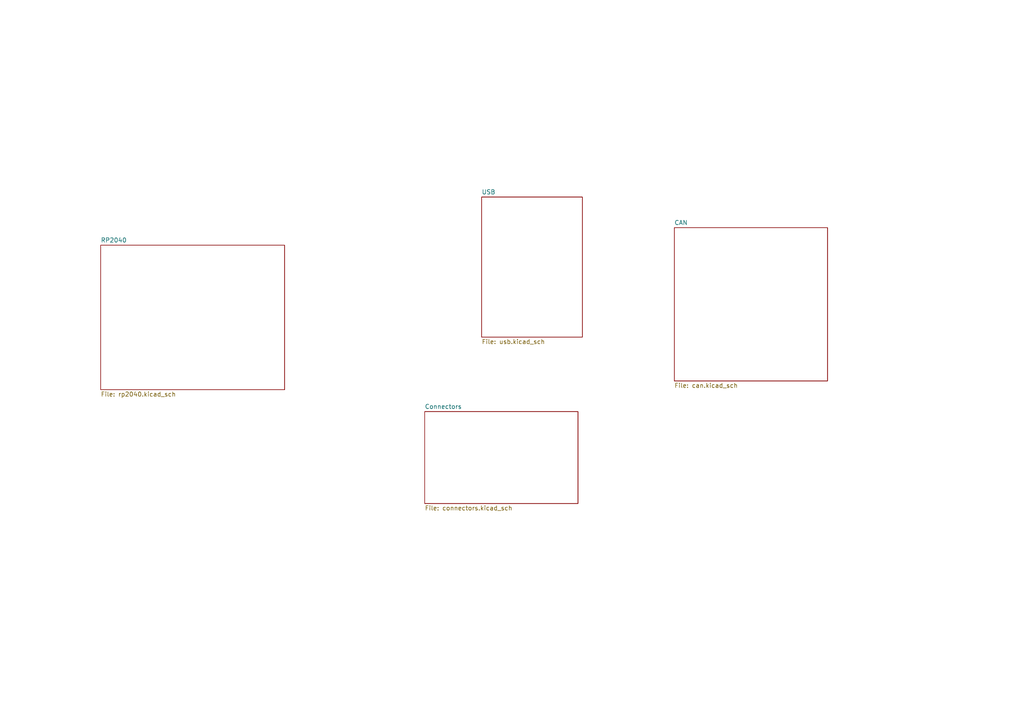
<source format=kicad_sch>
(kicad_sch
	(version 20250114)
	(generator "eeschema")
	(generator_version "9.0")
	(uuid "e4efab0a-eb38-47b4-a7c8-7fdbedea4819")
	(paper "A4")
	(title_block
		(title "UAV Sensor Probe")
		(date "2025-08-24")
		(rev "1")
		(comment 1 "Oleksiy Protas")
	)
	(lib_symbols)
	(sheet
		(at 195.58 66.04)
		(size 44.45 44.45)
		(exclude_from_sim no)
		(in_bom yes)
		(on_board yes)
		(dnp no)
		(fields_autoplaced yes)
		(stroke
			(width 0.1524)
			(type solid)
		)
		(fill
			(color 0 0 0 0.0000)
		)
		(uuid "18076611-fcbc-4a65-8b52-2fb6c8b9c7d8")
		(property "Sheetname" "CAN"
			(at 195.58 65.3284 0)
			(effects
				(font
					(size 1.27 1.27)
				)
				(justify left bottom)
			)
		)
		(property "Sheetfile" "can.kicad_sch"
			(at 195.58 111.0746 0)
			(effects
				(font
					(size 1.27 1.27)
				)
				(justify left top)
			)
		)
		(instances
			(project "uavprobe"
				(path "/e4efab0a-eb38-47b4-a7c8-7fdbedea4819"
					(page "5")
				)
			)
		)
	)
	(sheet
		(at 139.7 57.15)
		(size 29.21 40.64)
		(exclude_from_sim no)
		(in_bom yes)
		(on_board yes)
		(dnp no)
		(fields_autoplaced yes)
		(stroke
			(width 0.1524)
			(type solid)
		)
		(fill
			(color 0 0 0 0.0000)
		)
		(uuid "199cf35c-4212-4d48-8fab-6a59511a8aed")
		(property "Sheetname" "USB"
			(at 139.7 56.4384 0)
			(effects
				(font
					(size 1.27 1.27)
				)
				(justify left bottom)
			)
		)
		(property "Sheetfile" "usb.kicad_sch"
			(at 139.7 98.3746 0)
			(effects
				(font
					(size 1.27 1.27)
				)
				(justify left top)
			)
		)
		(instances
			(project "uavprobe"
				(path "/e4efab0a-eb38-47b4-a7c8-7fdbedea4819"
					(page "3")
				)
			)
		)
	)
	(sheet
		(at 29.21 71.12)
		(size 53.34 41.91)
		(exclude_from_sim no)
		(in_bom yes)
		(on_board yes)
		(dnp no)
		(fields_autoplaced yes)
		(stroke
			(width 0.1524)
			(type solid)
		)
		(fill
			(color 0 0 0 0.0000)
		)
		(uuid "b637890e-36cc-449d-9355-32fb577ea192")
		(property "Sheetname" "RP2040"
			(at 29.21 70.4084 0)
			(effects
				(font
					(size 1.27 1.27)
				)
				(justify left bottom)
			)
		)
		(property "Sheetfile" "rp2040.kicad_sch"
			(at 29.21 113.6146 0)
			(effects
				(font
					(size 1.27 1.27)
				)
				(justify left top)
			)
		)
		(instances
			(project "uavprobe"
				(path "/e4efab0a-eb38-47b4-a7c8-7fdbedea4819"
					(page "2")
				)
			)
		)
	)
	(sheet
		(at 123.19 119.38)
		(size 44.45 26.67)
		(exclude_from_sim no)
		(in_bom yes)
		(on_board yes)
		(dnp no)
		(fields_autoplaced yes)
		(stroke
			(width 0.1524)
			(type solid)
		)
		(fill
			(color 0 0 0 0.0000)
		)
		(uuid "d5a79b3e-1eba-4aa6-b522-30780a901642")
		(property "Sheetname" "Connectors"
			(at 123.19 118.6684 0)
			(effects
				(font
					(size 1.27 1.27)
				)
				(justify left bottom)
			)
		)
		(property "Sheetfile" "connectors.kicad_sch"
			(at 123.19 146.6346 0)
			(effects
				(font
					(size 1.27 1.27)
				)
				(justify left top)
			)
		)
		(instances
			(project "uavprobe"
				(path "/e4efab0a-eb38-47b4-a7c8-7fdbedea4819"
					(page "4")
				)
			)
		)
	)
	(sheet_instances
		(path "/"
			(page "1")
		)
	)
	(embedded_fonts no)
)

</source>
